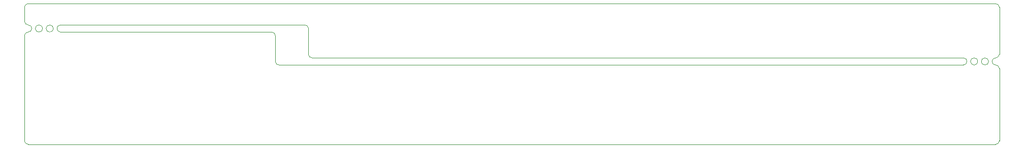
<source format=gbr>
G04 #@! TF.GenerationSoftware,KiCad,Pcbnew,5.1.6+dfsg1-1~bpo10+1*
G04 #@! TF.CreationDate,2020-08-19T09:24:11+03:00*
G04 #@! TF.ProjectId,CompactBeamspringP1,436f6d70-6163-4744-9265-616d73707269,0.0.3*
G04 #@! TF.SameCoordinates,PX66a9bd0PY78114e0*
G04 #@! TF.FileFunction,Profile,NP*
%FSLAX46Y46*%
G04 Gerber Fmt 4.6, Leading zero omitted, Abs format (unit mm)*
G04 Created by KiCad (PCBNEW 5.1.6+dfsg1-1~bpo10+1) date 2020-08-19 09:24:11*
%MOMM*%
%LPD*%
G01*
G04 APERTURE LIST*
G04 #@! TA.AperFunction,Profile*
%ADD10C,0.050000*%
G04 #@! TD*
G04 APERTURE END LIST*
D10*
X47250000Y15050000D02*
X47250000Y19350000D01*
X46650000Y19950000D02*
G75*
G02*
X47250000Y19350000I0J-600000D01*
G01*
X47850000Y14450000D02*
G75*
G02*
X47250000Y15050000I0J600000D01*
G01*
X156250000Y14450000D02*
X47850000Y14450000D01*
X162250000Y22900000D02*
X162250000Y15050000D01*
X162250000Y15050000D02*
G75*
G02*
X161650000Y14450000I-600000J0D01*
G01*
X161650000Y13250000D02*
G75*
G02*
X161650000Y14450000I0J600000D01*
G01*
X159850000Y14450000D02*
G75*
G02*
X159850000Y13250000I0J-600000D01*
G01*
X158050000Y14450000D02*
G75*
G02*
X158050000Y13250000I0J-600000D01*
G01*
X159850000Y13250000D02*
G75*
G02*
X159850000Y14450000I0J600000D01*
G01*
X158050000Y13250000D02*
G75*
G02*
X158050000Y14450000I0J600000D01*
G01*
X156250000Y14450000D02*
G75*
G02*
X156250000Y13250000I0J-600000D01*
G01*
X0Y22900000D02*
X0Y20550000D01*
X0Y22900000D02*
G75*
G02*
X600000Y23500000I600000J0D01*
G01*
X600000Y19950000D02*
G75*
G02*
X0Y20550000I0J600000D01*
G01*
X161650000Y23500000D02*
G75*
G02*
X162250000Y22900000I0J-600000D01*
G01*
X6000000Y19950000D02*
X46650000Y19950000D01*
X4200000Y19950000D02*
G75*
G02*
X4200000Y18750000I0J-600000D01*
G01*
X2400000Y19950000D02*
G75*
G02*
X2400000Y18750000I0J-600000D01*
G01*
X6000000Y18750000D02*
G75*
G02*
X6000000Y19950000I0J600000D01*
G01*
X4200000Y18750000D02*
G75*
G02*
X4200000Y19950000I0J600000D01*
G01*
X600000Y19950000D02*
G75*
G02*
X600000Y18750000I0J-600000D01*
G01*
X2400000Y18750000D02*
G75*
G02*
X2400000Y19950000I0J600000D01*
G01*
X161650000Y23500000D02*
X600000Y23500000D01*
X42350000Y13250000D02*
G75*
G02*
X41750000Y13850000I0J600000D01*
G01*
X41150000Y18750000D02*
G75*
G02*
X41750000Y18150000I0J-600000D01*
G01*
X0Y18150000D02*
G75*
G02*
X600000Y18750000I600000J0D01*
G01*
X600000Y0D02*
G75*
G02*
X0Y600000I0J600000D01*
G01*
X162250000Y600000D02*
G75*
G02*
X161650000Y0I-600000J0D01*
G01*
X161650000Y13250000D02*
G75*
G02*
X162250000Y12650000I0J-600000D01*
G01*
X41750000Y13850000D02*
X41750000Y18150000D01*
X6000000Y18750000D02*
X41150000Y18750000D01*
X0Y600000D02*
X0Y18150000D01*
X51000000Y0D02*
X600000Y0D01*
X132250000Y13250000D02*
X42350000Y13250000D01*
X156250000Y13250000D02*
X132250000Y13250000D01*
X162250000Y600000D02*
X162250000Y12650000D01*
X61500000Y0D02*
X161650000Y0D01*
X51000000Y0D02*
X61500000Y0D01*
M02*

</source>
